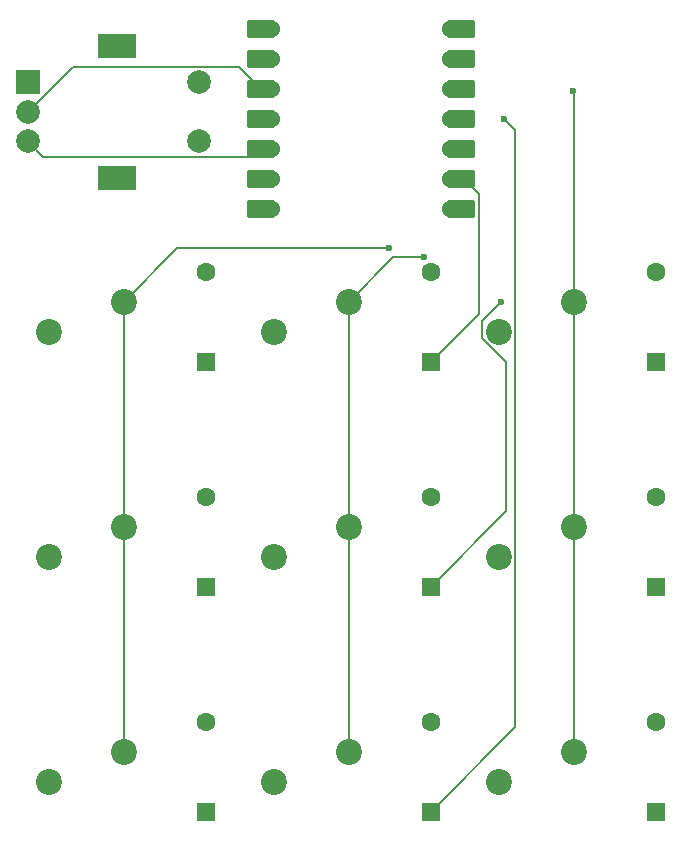
<source format=gbr>
%TF.GenerationSoftware,KiCad,Pcbnew,9.0.2*%
%TF.CreationDate,2025-06-04T18:16:37-04:00*%
%TF.ProjectId,HackpadAllan,4861636b-7061-4644-916c-6c616e2e6b69,rev?*%
%TF.SameCoordinates,Original*%
%TF.FileFunction,Copper,L2,Bot*%
%TF.FilePolarity,Positive*%
%FSLAX46Y46*%
G04 Gerber Fmt 4.6, Leading zero omitted, Abs format (unit mm)*
G04 Created by KiCad (PCBNEW 9.0.2) date 2025-06-04 18:16:37*
%MOMM*%
%LPD*%
G01*
G04 APERTURE LIST*
G04 Aperture macros list*
%AMRoundRect*
0 Rectangle with rounded corners*
0 $1 Rounding radius*
0 $2 $3 $4 $5 $6 $7 $8 $9 X,Y pos of 4 corners*
0 Add a 4 corners polygon primitive as box body*
4,1,4,$2,$3,$4,$5,$6,$7,$8,$9,$2,$3,0*
0 Add four circle primitives for the rounded corners*
1,1,$1+$1,$2,$3*
1,1,$1+$1,$4,$5*
1,1,$1+$1,$6,$7*
1,1,$1+$1,$8,$9*
0 Add four rect primitives between the rounded corners*
20,1,$1+$1,$2,$3,$4,$5,0*
20,1,$1+$1,$4,$5,$6,$7,0*
20,1,$1+$1,$6,$7,$8,$9,0*
20,1,$1+$1,$8,$9,$2,$3,0*%
G04 Aperture macros list end*
%TA.AperFunction,ComponentPad*%
%ADD10RoundRect,0.250000X0.550000X-0.550000X0.550000X0.550000X-0.550000X0.550000X-0.550000X-0.550000X0*%
%TD*%
%TA.AperFunction,ComponentPad*%
%ADD11C,1.600000*%
%TD*%
%TA.AperFunction,ComponentPad*%
%ADD12C,2.200000*%
%TD*%
%TA.AperFunction,ComponentPad*%
%ADD13C,2.000000*%
%TD*%
%TA.AperFunction,ComponentPad*%
%ADD14R,3.200000X2.000000*%
%TD*%
%TA.AperFunction,ComponentPad*%
%ADD15R,2.000000X2.000000*%
%TD*%
%TA.AperFunction,SMDPad,CuDef*%
%ADD16RoundRect,0.152400X-1.063600X-0.609600X1.063600X-0.609600X1.063600X0.609600X-1.063600X0.609600X0*%
%TD*%
%TA.AperFunction,ComponentPad*%
%ADD17C,1.524000*%
%TD*%
%TA.AperFunction,SMDPad,CuDef*%
%ADD18RoundRect,0.152400X1.063600X0.609600X-1.063600X0.609600X-1.063600X-0.609600X1.063600X-0.609600X0*%
%TD*%
%TA.AperFunction,ViaPad*%
%ADD19C,0.600000*%
%TD*%
%TA.AperFunction,Conductor*%
%ADD20C,0.200000*%
%TD*%
G04 APERTURE END LIST*
D10*
%TO.P,D9,1,K*%
%TO.N,Row 2*%
X178575000Y-126100000D03*
D11*
%TO.P,D9,2,A*%
%TO.N,Net-(D9-A)*%
X178575000Y-118480000D03*
%TD*%
D10*
%TO.P,D8,1,K*%
%TO.N,Row 2*%
X159525000Y-126100000D03*
D11*
%TO.P,D8,2,A*%
%TO.N,Net-(D8-A)*%
X159525000Y-118480000D03*
%TD*%
D10*
%TO.P,D7,1,K*%
%TO.N,Row 2*%
X140475000Y-126100000D03*
D11*
%TO.P,D7,2,A*%
%TO.N,Net-(D7-A)*%
X140475000Y-118480000D03*
%TD*%
D10*
%TO.P,D6,1,K*%
%TO.N,Row 1*%
X178575000Y-107050000D03*
D11*
%TO.P,D6,2,A*%
%TO.N,Net-(D6-A)*%
X178575000Y-99430000D03*
%TD*%
D10*
%TO.P,D5,1,K*%
%TO.N,Row 1*%
X159525000Y-107050000D03*
D11*
%TO.P,D5,2,A*%
%TO.N,Net-(D5-A)*%
X159525000Y-99430000D03*
%TD*%
D10*
%TO.P,D4,1,K*%
%TO.N,Row 1*%
X140475000Y-107050000D03*
D11*
%TO.P,D4,2,A*%
%TO.N,Net-(D4-A)*%
X140475000Y-99430000D03*
%TD*%
D10*
%TO.P,D3,1,K*%
%TO.N,Row 0*%
X178575000Y-88000000D03*
D11*
%TO.P,D3,2,A*%
%TO.N,Net-(D3-A)*%
X178575000Y-80380000D03*
%TD*%
D10*
%TO.P,D2,1,K*%
%TO.N,Row 0*%
X159525000Y-88000000D03*
D11*
%TO.P,D2,2,A*%
%TO.N,Net-(D2-A)*%
X159525000Y-80380000D03*
%TD*%
D10*
%TO.P,D1,1,K*%
%TO.N,Row 0*%
X140475000Y-88000000D03*
D11*
%TO.P,D1,2,A*%
%TO.N,Net-(D1-A)*%
X140475000Y-80380000D03*
%TD*%
D12*
%TO.P,SW1,2,2*%
%TO.N,Net-(D1-A)*%
X127140000Y-85460000D03*
%TO.P,SW1,1,1*%
%TO.N,Column 0*%
X133490000Y-82920000D03*
%TD*%
%TO.P,SW2,2,2*%
%TO.N,Net-(D2-A)*%
X146190000Y-85460000D03*
%TO.P,SW2,1,1*%
%TO.N,Column 1*%
X152540000Y-82920000D03*
%TD*%
%TO.P,SW3,2,2*%
%TO.N,Net-(D3-A)*%
X165240000Y-85460000D03*
%TO.P,SW3,1,1*%
%TO.N,Column 2*%
X171590000Y-82920000D03*
%TD*%
%TO.P,SW4,2,2*%
%TO.N,Net-(D4-A)*%
X127140000Y-104510000D03*
%TO.P,SW4,1,1*%
%TO.N,Column 0*%
X133490000Y-101970000D03*
%TD*%
%TO.P,SW5,2,2*%
%TO.N,Net-(D5-A)*%
X146190000Y-104510000D03*
%TO.P,SW5,1,1*%
%TO.N,Column 1*%
X152540000Y-101970000D03*
%TD*%
%TO.P,SW6,2,2*%
%TO.N,Net-(D6-A)*%
X165240000Y-104510000D03*
%TO.P,SW6,1,1*%
%TO.N,Column 2*%
X171590000Y-101970000D03*
%TD*%
%TO.P,SW7,2,2*%
%TO.N,Net-(D7-A)*%
X127140000Y-123560000D03*
%TO.P,SW7,1,1*%
%TO.N,Column 0*%
X133490000Y-121020000D03*
%TD*%
%TO.P,SW8,2,2*%
%TO.N,Net-(D8-A)*%
X146190000Y-123560000D03*
%TO.P,SW8,1,1*%
%TO.N,Column 1*%
X152540000Y-121020000D03*
%TD*%
%TO.P,SW9,2,2*%
%TO.N,Net-(D9-A)*%
X165240000Y-123560000D03*
%TO.P,SW9,1,1*%
%TO.N,Column 2*%
X171590000Y-121020000D03*
%TD*%
D13*
%TO.P,SW10,S2,S2*%
%TO.N,Rot Switch*%
X139893750Y-64350000D03*
%TO.P,SW10,S1,S1*%
%TO.N,GND*%
X139893750Y-69350000D03*
D14*
%TO.P,SW10,MP*%
%TO.N,N/C*%
X132893750Y-72450000D03*
X132893750Y-61250000D03*
D13*
%TO.P,SW10,C,C*%
%TO.N,3.3V*%
X125393750Y-66850000D03*
%TO.P,SW10,B,B*%
%TO.N,Rot B*%
X125393750Y-69350000D03*
D15*
%TO.P,SW10,A,A*%
%TO.N,Rot A*%
X125393750Y-64350000D03*
%TD*%
D16*
%TO.P,U1,1,GPIO26/ADC0/A0*%
%TO.N,Column 0*%
X162045000Y-59868500D03*
D17*
X161210000Y-59868500D03*
D16*
%TO.P,U1,2,GPIO27/ADC1/A1*%
%TO.N,Column 1*%
X162045000Y-62408500D03*
D17*
X161210000Y-62408500D03*
D16*
%TO.P,U1,3,GPIO28/ADC2/A2*%
%TO.N,Column 2*%
X162045000Y-64948500D03*
D17*
X161210000Y-64948500D03*
D16*
%TO.P,U1,4,GPIO29/ADC3/A3*%
%TO.N,Row 2*%
X162045000Y-67488500D03*
D17*
X161210000Y-67488500D03*
D16*
%TO.P,U1,5,GPIO6/SDA*%
%TO.N,Row 1*%
X162045000Y-70028500D03*
D17*
X161210000Y-70028500D03*
D16*
%TO.P,U1,6,GPIO7/SCL*%
%TO.N,Row 0*%
X162045000Y-72568500D03*
D17*
X161210000Y-72568500D03*
D16*
%TO.P,U1,7,GPIO0/TX*%
%TO.N,unconnected-(U1-GPIO0{slash}TX-Pad7)*%
X162045000Y-75108500D03*
D17*
X161210000Y-75108500D03*
%TO.P,U1,8,GPIO1/RX*%
%TO.N,unconnected-(U1-GPIO1{slash}RX-Pad8)*%
X145970000Y-75108500D03*
D18*
X145135000Y-75108500D03*
D17*
%TO.P,U1,9,GPIO2/SCK*%
%TO.N,Rot Switch*%
X145970000Y-72568500D03*
D18*
X145135000Y-72568500D03*
D17*
%TO.P,U1,10,GPIO4/MISO*%
%TO.N,Rot B*%
X145970000Y-70028500D03*
D18*
X145135000Y-70028500D03*
D17*
%TO.P,U1,11,GPIO3/MOSI*%
%TO.N,Rot A*%
X145970000Y-67488500D03*
D18*
X145135000Y-67488500D03*
D17*
%TO.P,U1,12,3V3*%
%TO.N,3.3V*%
X145970000Y-64948500D03*
D18*
X145135000Y-64948500D03*
D17*
%TO.P,U1,13,GND*%
%TO.N,GND*%
X145970000Y-62408500D03*
D18*
X145135000Y-62408500D03*
D17*
%TO.P,U1,14,VBUS*%
%TO.N,+5V*%
X145970000Y-59868500D03*
D18*
X145135000Y-59868500D03*
%TD*%
D19*
%TO.N,Row 1*%
X165450000Y-82920000D03*
%TO.N,Row 2*%
X165710000Y-67500000D03*
%TO.N,Column 0*%
X155990000Y-78380000D03*
%TO.N,Column 1*%
X158940000Y-79190000D03*
%TO.N,Column 2*%
X171510000Y-65130000D03*
%TD*%
D20*
%TO.N,Row 0*%
X163562000Y-83963000D02*
X163562000Y-73842870D01*
X163562000Y-73842870D02*
X162287630Y-72568500D01*
X159525000Y-88000000D02*
X163562000Y-83963000D01*
X162287630Y-72568500D02*
X161210000Y-72568500D01*
%TO.N,Row 1*%
X165880000Y-100695000D02*
X165880000Y-88081314D01*
X163839000Y-86040314D02*
X163839000Y-84531000D01*
X160883870Y-70040000D02*
X161961500Y-70040000D01*
X165880000Y-88081314D02*
X163839000Y-86040314D01*
X163839000Y-84531000D02*
X165450000Y-82920000D01*
X159525000Y-107050000D02*
X165880000Y-100695000D01*
%TO.N,Row 2*%
X159525000Y-126100000D02*
X166641000Y-118984000D01*
X166641000Y-118984000D02*
X166641000Y-68431000D01*
X166641000Y-68431000D02*
X165710000Y-67500000D01*
%TO.N,Column 0*%
X138030000Y-78380000D02*
X155990000Y-78380000D01*
X133490000Y-82920000D02*
X138030000Y-78380000D01*
X133490000Y-82920000D02*
X133490000Y-121020000D01*
%TO.N,Column 1*%
X156270000Y-79190000D02*
X158940000Y-79190000D01*
X152540000Y-82920000D02*
X156270000Y-79190000D01*
X152540000Y-82920000D02*
X152540000Y-121020000D01*
%TO.N,Column 2*%
X171590000Y-82920000D02*
X171590000Y-65210000D01*
X171590000Y-82920000D02*
X171590000Y-121020000D01*
X171590000Y-65210000D02*
X171510000Y-65130000D01*
%TO.N,3.3V*%
X143235500Y-63049000D02*
X145135000Y-64948500D01*
X129194750Y-63049000D02*
X143235500Y-63049000D01*
X125393750Y-66850000D02*
X129194750Y-63049000D01*
%TO.N,Rot B*%
X145347500Y-70651000D02*
X145970000Y-70028500D01*
X126694750Y-70651000D02*
X145347500Y-70651000D01*
X125393750Y-69350000D02*
X126694750Y-70651000D01*
%TD*%
M02*

</source>
